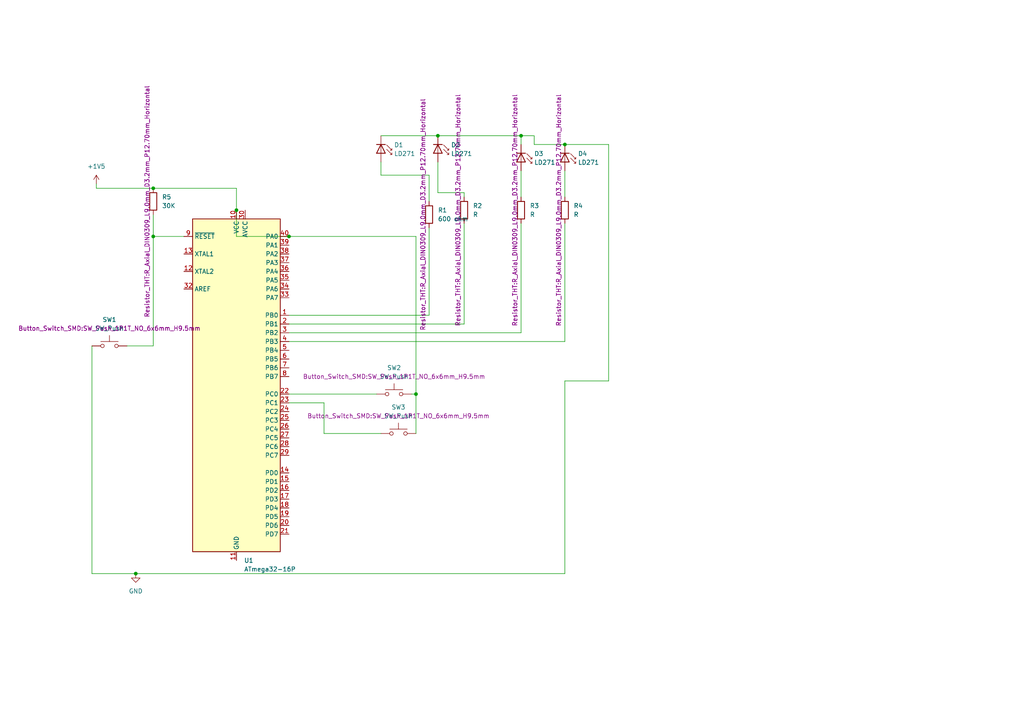
<source format=kicad_sch>
(kicad_sch (version 20230121) (generator eeschema)
  (paper "A4")
  (lib_symbols
    (symbol "Device:R" (pin_numbers hide) (pin_names (offset 0))
      (property "Reference" "R" (at 2.032 0 90))
      (property "Value" "R" (at 0 0 90))
      (symbol "R_0_1"
        (rectangle (start -1.016 -2.54) (end 1.016 2.54) (stroke (width 0.254)))
      )
      (symbol "R_1_1"
        (pin passive line (at 0 3.81 270) (length 1.27) (name "~") (number "1"))
        (pin passive line (at 0 -3.81 90) (length 1.27) (name "~") (number "2"))
      )
    )
    (symbol "LED:LD271" (pin_numbers hide) (pin_names (offset 1.016) hide)
      (property "Reference" "D" (at 0.508 1.778 0))
      (property "Value" "LD271" (at -1.016 -2.794 0))
      (symbol "LD271_0_1"
        (polyline (pts (xy -2.54 1.27) (xy -2.54 -1.27)) (stroke (width 0.254)))
        (polyline (pts (xy 0 0) (xy -2.54 0)))
        (polyline (pts (xy 0.381 3.175) (xy -0.127 3.175)))
        (polyline (pts (xy -1.143 1.651) (xy 0.381 3.175) (xy 0.381 2.667)))
        (polyline (pts (xy 0 -1.27) (xy -2.54 0) (xy 0 1.27) (xy 0 -1.27)) (stroke (width 0.254)))
        (polyline (pts (xy -2.413 1.651) (xy -0.889 3.175) (xy -0.889 2.667) (xy -0.889 3.175) (xy -1.397 3.175)))
      )
      (symbol "LD271_1_1"
        (pin passive line (at -5.08 0 0) (length 2.54) (name "K") (number "1"))
        (pin passive line (at 2.54 0 180) (length 2.54) (name "A") (number "2"))
      )
    )
    (symbol "MCU_Microchip_ATmega:ATmega32-16P"
      (property "Reference" "U" (at -12.7 49.53 0))
      (property "Value" "ATmega32-16P" (at 2.54 -49.53 0))
      (symbol "ATmega32-16P_0_1"
        (rectangle (start -12.7 -48.26) (end 12.7 48.26) (stroke (width 0.254)) (fill (type background)))
      )
      (symbol "ATmega32-16P_1_1"
        (pin bidirectional line (at 15.24 20.32 180) (length 2.54) (name "PB0") (number "1"))
        (pin power_in line (at 0 50.8 270) (length 2.54) (name "VCC") (number "10"))
        (pin power_in line (at 0 -50.8 90) (length 2.54) (name "GND") (number "11"))
        (pin output line (at -15.24 33.02 0) (length 2.54) (name "XTAL2") (number "12"))
        (pin input line (at -15.24 38.1 0) (length 2.54) (name "XTAL1") (number "13"))
        (pin bidirectional line (at 15.24 -25.4 180) (length 2.54) (name "PD0") (number "14"))
        (pin bidirectional line (at 15.24 -27.94 180) (length 2.54) (name "PD1") (number "15"))
        (pin bidirectional line (at 15.24 -30.48 180) (length 2.54) (name "PD2") (number "16"))
        (pin bidirectional line (at 15.24 -33.02 180) (length 2.54) (name "PD3") (number "17"))
        (pin bidirectional line (at 15.24 -35.56 180) (length 2.54) (name "PD4") (number "18"))
        (pin bidirectional line (at 15.24 -38.1 180) (length 2.54) (name "PD5") (number "19"))
        (pin bidirectional line (at 15.24 17.78 180) (length 2.54) (name "PB1") (number "2"))
        (pin bidirectional line (at 15.24 -40.64 180) (length 2.54) (name "PD6") (number "20"))
        (pin bidirectional line (at 15.24 -43.18 180) (length 2.54) (name "PD7") (number "21"))
        (pin bidirectional line (at 15.24 -2.54 180) (length 2.54) (name "PC0") (number "22"))
        (pin bidirectional line (at 15.24 -5.08 180) (length 2.54) (name "PC1") (number "23"))
        (pin bidirectional line (at 15.24 -7.62 180) (length 2.54) (name "PC2") (number "24"))
        (pin bidirectional line (at 15.24 -10.16 180) (length 2.54) (name "PC3") (number "25"))
        (pin bidirectional line (at 15.24 -12.7 180) (length 2.54) (name "PC4") (number "26"))
        (pin bidirectional line (at 15.24 -15.24 180) (length 2.54) (name "PC5") (number "27"))
        (pin bidirectional line (at 15.24 -17.78 180) (length 2.54) (name "PC6") (number "28"))
        (pin bidirectional line (at 15.24 -20.32 180) (length 2.54) (name "PC7") (number "29"))
        (pin bidirectional line (at 15.24 15.24 180) (length 2.54) (name "PB2") (number "3"))
        (pin power_in line (at 2.54 50.8 270) (length 2.54) (name "AVCC") (number "30"))
        (pin passive line (at 0 -50.8 90) (length 2.54) hide (name "GND") (number "31"))
        (pin passive line (at -15.24 27.94 0) (length 2.54) (name "AREF") (number "32"))
        (pin bidirectional line (at 15.24 25.4 180) (length 2.54) (name "PA7") (number "33"))
        (pin bidirectional line (at 15.24 27.94 180) (length 2.54) (name "PA6") (number "34"))
        (pin bidirectional line (at 15.24 30.48 180) (length 2.54) (name "PA5") (number "35"))
        (pin bidirectional line (at 15.24 33.02 180) (length 2.54) (name "PA4") (number "36"))
        (pin bidirectional line (at 15.24 35.56 180) (length 2.54) (name "PA3") (number "37"))
        (pin bidirectional line (at 15.24 38.1 180) (length 2.54) (name "PA2") (number "38"))
        (pin bidirectional line (at 15.24 40.64 180) (length 2.54) (name "PA1") (number "39"))
        (pin bidirectional line (at 15.24 12.7 180) (length 2.54) (name "PB3") (number "4"))
        (pin bidirectional line (at 15.24 43.18 180) (length 2.54) (name "PA0") (number "40"))
        (pin bidirectional line (at 15.24 10.16 180) (length 2.54) (name "PB4") (number "5"))
        (pin bidirectional line (at 15.24 7.62 180) (length 2.54) (name "PB5") (number "6"))
        (pin bidirectional line (at 15.24 5.08 180) (length 2.54) (name "PB6") (number "7"))
        (pin bidirectional line (at 15.24 2.54 180) (length 2.54) (name "PB7") (number "8"))
        (pin input line (at -15.24 43.18 0) (length 2.54) (name "~{RESET}") (number "9"))
      )
    )
    (symbol "Switch:SW_Push" (pin_numbers hide) (pin_names (offset 1.016) hide)
      (property "Reference" "SW" (at 1.27 2.54 0))
      (property "Value" "SW_Push" (at 0 -1.524 0))
      (symbol "SW_Push_0_1"
        (circle (center -2.032 0) (radius 0.508))
        (polyline (pts (xy 0 1.27) (xy 0 3.048)))
        (polyline (pts (xy 2.54 1.27) (xy -2.54 1.27)))
        (circle (center 2.032 0) (radius 0.508))
        (pin passive line (at -5.08 0 0) (length 2.54) (name "1") (number "1"))
        (pin passive line (at 5.08 0 180) (length 2.54) (name "2") (number "2"))
      )
    )
    (symbol "power:+1V5" (power) (pin_names (offset 0))
      (property "Value" "+1V5" (at 0 3.556 0))
      (symbol "+1V5_0_1"
        (polyline (pts (xy -0.762 1.27) (xy 0 2.54)))
        (polyline (pts (xy 0 0) (xy 0 2.54)))
        (polyline (pts (xy 0 2.54) (xy 0.762 1.27)))
      )
      (symbol "+1V5_1_1"
        (pin power_in line (at 0 0 90) (length 0) hide (name "+1V5") (number "1"))
      )
    )
    (symbol "power:GND" (power) (pin_names (offset 0))
      (property "Value" "GND" (at 0 -3.81 0))
      (symbol "GND_0_1"
        (polyline (pts (xy 0 0) (xy 0 -1.27) (xy 1.27 -1.27) (xy 0 -2.54) (xy -1.27 -1.27) (xy 0 -1.27)))
      )
      (symbol "GND_1_1"
        (pin power_in line (at 0 0 270) (length 0) hide (name "GND") (number "1"))
      )
    )
  )
  (junction (at 68.58 60.96))
  (junction (at 120.65 114.3))
  (junction (at 39.37 166.37))
  (junction (at 44.45 68.58))
  (junction (at 127 39.37))
  (junction (at 83.82 68.58))
  (junction (at 163.83 41.91))
  (junction (at 44.45 54.61))
  (junction (at 151.13 39.37))
  (wire (pts (xy 134.62 55.88) (xy 134.62 57.15)))
  (wire (pts (xy 163.83 49.53) (xy 163.83 57.15)))
  (wire (pts (xy 83.82 99.06) (xy 163.83 99.06)))
  (wire (pts (xy 120.65 68.58) (xy 120.65 114.3)))
  (wire (pts (xy 154.94 41.91) (xy 154.94 39.37)))
  (wire (pts (xy 44.45 54.61) (xy 27.94 54.61)))
  (wire (pts (xy 134.62 55.88) (xy 127 55.88)))
  (wire (pts (xy 44.45 62.23) (xy 44.45 68.58)))
  (wire (pts (xy 151.13 49.53) (xy 151.13 57.15)))
  (wire (pts (xy 110.49 50.8) (xy 110.49 46.99)))
  (wire (pts (xy 83.82 116.84) (xy 93.98 116.84)))
  (wire (pts (xy 68.58 68.58) (xy 68.58 60.96)))
  (wire (pts (xy 68.58 60.96) (xy 68.58 54.61)))
  (wire (pts (xy 26.67 100.33) (xy 26.67 166.37)))
  (wire (pts (xy 83.82 96.52) (xy 151.13 96.52)))
  (wire (pts (xy 120.65 114.3) (xy 120.65 125.73)))
  (wire (pts (xy 120.65 68.58) (xy 83.82 68.58)))
  (wire (pts (xy 110.49 39.37) (xy 127 39.37)))
  (wire (pts (xy 151.13 41.91) (xy 151.13 39.37)))
  (wire (pts (xy 124.46 50.8) (xy 110.49 50.8)))
  (wire (pts (xy 44.45 68.58) (xy 44.45 100.33)))
  (wire (pts (xy 27.94 54.61) (xy 27.94 53.34)))
  (wire (pts (xy 120.65 114.3) (xy 119.38 114.3)))
  (wire (pts (xy 39.37 166.37) (xy 163.83 166.37)))
  (wire (pts (xy 154.94 39.37) (xy 151.13 39.37)))
  (wire (pts (xy 127 55.88) (xy 127 46.99)))
  (wire (pts (xy 176.53 41.91) (xy 163.83 41.91)))
  (wire (pts (xy 124.46 91.44) (xy 124.46 66.04)))
  (wire (pts (xy 44.45 100.33) (xy 36.83 100.33)))
  (wire (pts (xy 83.82 91.44) (xy 124.46 91.44)))
  (wire (pts (xy 163.83 99.06) (xy 163.83 64.77)))
  (wire (pts (xy 83.82 68.58) (xy 68.58 68.58)))
  (wire (pts (xy 134.62 93.98) (xy 134.62 64.77)))
  (wire (pts (xy 93.98 125.73) (xy 110.49 125.73)))
  (wire (pts (xy 163.83 166.37) (xy 163.83 110.49)))
  (wire (pts (xy 26.67 166.37) (xy 39.37 166.37)))
  (wire (pts (xy 151.13 96.52) (xy 151.13 64.77)))
  (wire (pts (xy 83.82 114.3) (xy 109.22 114.3)))
  (wire (pts (xy 124.46 50.8) (xy 124.46 58.42)))
  (wire (pts (xy 93.98 116.84) (xy 93.98 125.73)))
  (wire (pts (xy 176.53 110.49) (xy 176.53 41.91)))
  (wire (pts (xy 68.58 54.61) (xy 44.45 54.61)))
  (wire (pts (xy 163.83 110.49) (xy 176.53 110.49)))
  (wire (pts (xy 151.13 39.37) (xy 127 39.37)))
  (wire (pts (xy 44.45 68.58) (xy 53.34 68.58)))
  (wire (pts (xy 163.83 41.91) (xy 154.94 41.91)))
  (wire (pts (xy 83.82 93.98) (xy 134.62 93.98)))
  (symbol (lib_id "Device:R") (at 134.62 60.96 0) (unit 1)
    (property "Reference" "R2" (at 137.16 59.69 0) (effects (justify left)))
    (property "Value" "R" (at 137.16 62.23 0) (effects (justify left)))
    (property "Footprint" "Resistor_THT:R_Axial_DIN0309_L9.0mm_D3.2mm_P12.70mm_Horizontal" (at 132.842 60.96 90))
  )
  (symbol (lib_id "Device:R") (at 44.45 58.42 0) (unit 1)
    (property "Reference" "R5" (at 46.99 57.15 0) (effects (justify left)))
    (property "Value" "30K" (at 46.99 59.69 0) (effects (justify left)))
    (property "Footprint" "Resistor_THT:R_Axial_DIN0309_L9.0mm_D3.2mm_P12.70mm_Horizontal" (at 42.672 58.42 90))
  )
  (symbol (lib_id "Device:R") (at 151.13 60.96 0) (unit 1)
    (property "Reference" "R3" (at 153.67 59.69 0) (effects (justify left)))
    (property "Value" "R" (at 153.67 62.23 0) (effects (justify left)))
    (property "Footprint" "Resistor_THT:R_Axial_DIN0309_L9.0mm_D3.2mm_P12.70mm_Horizontal" (at 149.352 60.96 90))
  )
  (symbol (lib_id "power:+1V5") (at 27.94 53.34 0) (unit 1)
    (property "Reference" "#PWR01" (effects hide))
    (property "Value" "+1V5" (at 27.94 48.26 0))
  )
  (symbol (lib_id "Switch:SW_Push") (at 31.75 100.33 0) (unit 1)
    (property "Reference" "SW1" (at 31.75 92.71 0))
    (property "Value" "SW_Push" (at 31.75 95.25 0))
    (property "Footprint" "Button_Switch_SMD:SW_Push_1P1T_NO_6x6mm_H9.5mm" (at 31.75 95.25 0))
  )
  (symbol (lib_id "LED:LD271") (at 110.49 44.45 270) (unit 1)
    (property "Reference" "D1" (at 114.3 42.037 90) (effects (justify left)))
    (property "Value" "LD271" (at 114.3 44.577 90) (effects (justify left)))
    (property "Footprint" "LED_THT:LED_D5.0mm_IRGrey" (effects hide))
    (property "Datasheet" "http://www.alliedelec.com/m/d/40788c34903a719969df15f1fbea1056.pdf" (effects hide))
  )
  (symbol (lib_id "LED:LD271") (at 163.83 46.99 270) (unit 1)
    (property "Reference" "D4" (at 167.64 44.577 90) (effects (justify left)))
    (property "Value" "LD271" (at 167.64 47.117 90) (effects (justify left)))
    (property "Footprint" "LED_THT:LED_D5.0mm_IRGrey" (effects hide))
    (property "Datasheet" "http://www.alliedelec.com/m/d/40788c34903a719969df15f1fbea1056.pdf" (effects hide))
  )
  (symbol (lib_id "LED:LD271") (at 127 44.45 270) (unit 1)
    (property "Reference" "D2" (at 130.81 42.037 90) (effects (justify left)))
    (property "Value" "LD271" (at 130.81 44.577 90) (effects (justify left)))
    (property "Footprint" "LED_THT:LED_D5.0mm_IRGrey" (effects hide))
    (property "Datasheet" "http://www.alliedelec.com/m/d/40788c34903a719969df15f1fbea1056.pdf" (effects hide))
  )
  (symbol (lib_id "Switch:SW_Push") (at 115.57 125.73 0) (unit 1)
    (property "Reference" "SW3" (at 115.57 118.11 0))
    (property "Value" "SW_Push" (at 115.57 120.65 0))
    (property "Footprint" "Button_Switch_SMD:SW_Push_1P1T_NO_6x6mm_H9.5mm" (at 115.57 120.65 0))
  )
  (symbol (lib_id "power:GND") (at 39.37 166.37 0) (unit 1)
    (property "Reference" "#PWR02" (effects hide))
    (property "Value" "GND" (at 39.37 171.45 0))
  )
  (symbol (lib_id "Switch:SW_Push") (at 114.3 114.3 0) (unit 1)
    (property "Reference" "SW2" (at 114.3 106.68 0))
    (property "Value" "SW_Push" (at 114.3 109.22 0))
    (property "Footprint" "Button_Switch_SMD:SW_Push_1P1T_NO_6x6mm_H9.5mm" (at 114.3 109.22 0))
  )
  (symbol (lib_id "Device:R") (at 163.83 60.96 0) (unit 1)
    (property "Reference" "R4" (at 166.37 59.69 0) (effects (justify left)))
    (property "Value" "R" (at 166.37 62.23 0) (effects (justify left)))
    (property "Footprint" "Resistor_THT:R_Axial_DIN0309_L9.0mm_D3.2mm_P12.70mm_Horizontal" (at 162.052 60.96 90))
  )
  (symbol (lib_id "MCU_Microchip_ATmega:ATmega32-16P") (at 68.58 111.76 0) (unit 1)
    (property "Reference" "U1" (at 70.7741 162.56 0) (effects (justify left)))
    (property "Value" "ATmega32-16P" (at 70.7741 165.1 0) (effects (justify left)))
    (property "Footprint" "Package_DIP:DIP-40_W15.24mm" (effects hide))
    (property "Datasheet" "http://ww1.microchip.com/downloads/en/DeviceDoc/doc2503.pdf" (effects hide))
  )
  (symbol (lib_id "LED:LD271") (at 151.13 46.99 270) (unit 1)
    (property "Reference" "D3" (at 154.94 44.577 90) (effects (justify left)))
    (property "Value" "LD271" (at 154.94 47.117 90) (effects (justify left)))
    (property "Footprint" "LED_THT:LED_D5.0mm_IRGrey" (effects hide))
    (property "Datasheet" "http://www.alliedelec.com/m/d/40788c34903a719969df15f1fbea1056.pdf" (effects hide))
  )
  (symbol (lib_id "Device:R") (at 124.46 62.23 0) (unit 1)
    (property "Reference" "R1" (at 127 60.96 0) (effects (justify left)))
    (property "Value" "600 ohm" (at 127 63.5 0) (effects (justify left)))
    (property "Footprint" "Resistor_THT:R_Axial_DIN0309_L9.0mm_D3.2mm_P12.70mm_Horizontal" (at 122.682 62.23 90))
  )
)
</source>
